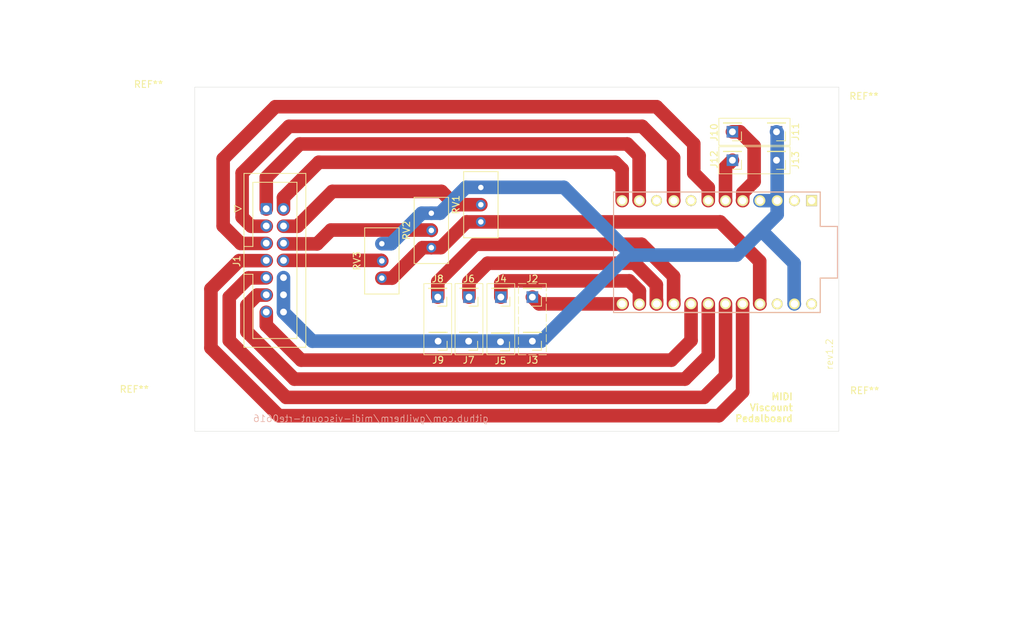
<source format=kicad_pcb>
(kicad_pcb (version 20240108) (generator "pcbnew") (generator_version "8.0")
  (layers (0 "F.Cu" signal) (31 "B.Cu" signal) (34 "B.Paste" user) (35 "F.Paste" user) (36 "B.SilkS" user "B.Silkscreen") (37 "F.SilkS" user "F.Silkscreen") (38 "B.Mask" user) (39 "F.Mask" user) (44 "Edge.Cuts" user))
  (net 0 "")
  (net 1 "Net-(U1-VCC)")
  (net 3 "Net-(J2-Pin_1)")
  (net 5 "Net-(J4-Pin_1)")
  (net 8 "Net-(J10-Pin_1)")
  (net 11 "Vseg1")
  (net 12 "VSeg3")
  (net 13 "Vseg4")
  (net 14 "Vseg2")
  (net 15 "Net-(J12-Pin_1)")
  (net 16 "Net-(J6-Pin_1)")
  (net 17 "Net-(J8-Pin_1)")
  (net 18 "Net-(J1-Pin_1)")
  (net 19 "Net-(J1-Pin_7)")
  (net 20 "Net-(J1-Pin_13)")
  (net 21 "Net-(J1-Pin_9)")
  (net 22 "Net-(J1-Pin_3)")
  (net 23 "Net-(J1-Pin_11)")
  (net 24 "Net-(J1-Pin_2)")
  (net 25 "Net-(J1-Pin_5)")
  (footprint "Connector_PinHeader_2.54mm:PinHeader_1x01_P2.54mm_Vertical" (layer "F.Cu") (at 122.8 45.7 180)
    (property "Reference" "J12" (at 2.7 0.1 -90) (layer "F.SilkS"))
    (property "Value" "Conn_01x01_Pin")
    (fp_line (start 1.33 1.27) (end 1.33 1.33) (stroke (width 0.12)) (layer "F.SilkS"))
    (fp_line (start -1.33 1.33) (end 1.33 1.33) (stroke (width 0.12)) (layer "F.SilkS"))
    (fp_line (start -1.33 1.27) (end 1.33 1.27) (stroke (width 0.12)) (layer "F.SilkS"))
    (fp_line (start -1.33 1.27) (end -1.33 1.33) (stroke (width 0.12)) (layer "F.SilkS"))
    (fp_line (start -1.33 0) (end -1.33 -1.33) (stroke (width 0.12)) (layer "F.SilkS"))
    (fp_line (start -1.33 -1.33) (end 0 -1.33) (stroke (width 0.12)) (layer "F.SilkS"))
    (pad "1" thru_hole rect (at 0 0 180) (size 1.7 1.7) (drill 1) (layers "*.Cu" "*.Mask") (net 15 "Net-(J12-Pin_1)"))
  )
  (footprint "Connector_PinHeader_2.54mm:PinHeader_1x01_P2.54mm_Vertical" (layer "F.Cu") (at 88.65 65.9 180)
    (property "Reference" "J4" (at 0 2.7 180) (layer "F.SilkS"))
    (property "Value" "Conn_01x01_Pin")
    (fp_line (start 1.33 1.27) (end 1.33 1.33) (stroke (width 0.12)) (layer "F.SilkS"))
    (fp_line (start -1.33 1.33) (end 1.33 1.33) (stroke (width 0.12)) (layer "F.SilkS"))
    (fp_line (start -1.33 1.27) (end 1.33 1.27) (stroke (width 0.12)) (layer "F.SilkS"))
    (fp_line (start -1.33 1.27) (end -1.33 1.33) (stroke (width 0.12)) (layer "F.SilkS"))
    (fp_line (start -1.33 0) (end -1.33 -1.33) (stroke (width 0.12)) (layer "F.SilkS"))
    (fp_line (start -1.33 -1.33) (end 0 -1.33) (stroke (width 0.12)) (layer "F.SilkS"))
    (pad "1" thru_hole rect (at 0 0 180) (size 1.7 1.7) (drill 1) (layers "*.Cu" "*.Mask") (net 5 "Net-(J4-Pin_1)"))
  )
  (footprint "Connector_PinHeader_2.54mm:PinHeader_1x01_P2.54mm_Vertical" (layer "F.Cu") (at 88.6 72.5 180)
    (property "Reference" "J5" (at 0 -2.8 180) (layer "F.SilkS"))
    (property "Value" "Conn_01x01_Pin")
    (fp_line (start 1.33 1.27) (end 1.33 1.33) (stroke (width 0.12)) (layer "F.SilkS"))
    (fp_line (start -1.33 1.33) (end 1.33 1.33) (stroke (width 0.12)) (layer "F.SilkS"))
    (fp_line (start -1.33 1.27) (end 1.33 1.27) (stroke (width 0.12)) (layer "F.SilkS"))
    (fp_line (start -1.33 1.27) (end -1.33 1.33) (stroke (width 0.12)) (layer "F.SilkS"))
    (fp_line (start -1.33 0) (end -1.33 -1.33) (stroke (width 0.12)) (layer "F.SilkS"))
    (fp_line (start -1.33 -1.33) (end 0 -1.33) (stroke (width 0.12)) (layer "F.SilkS"))
    (pad "1" thru_hole rect (at 0 0 180) (size 1.7 1.7) (drill 1) (layers "*.Cu" "*.Mask") (net 13 "Vseg4"))
  )
  (footprint "Connector_PinHeader_2.54mm:PinHeader_1x01_P2.54mm_Vertical" (layer "F.Cu") (at 93.3 72.4 180)
    (property "Reference" "J3" (at 0 -2.8 180) (layer "F.SilkS"))
    (property "Value" "Conn_01x01_Pin")
    (fp_line (start 1.33 1.27) (end 1.33 1.33) (stroke (width 0.12)) (layer "F.SilkS"))
    (fp_line (start -1.33 1.33) (end 1.33 1.33) (stroke (width 0.12)) (layer "F.SilkS"))
    (fp_line (start -1.33 1.27) (end 1.33 1.27) (stroke (width 0.12)) (layer "F.SilkS"))
    (fp_line (start -1.33 1.27) (end -1.33 1.33) (stroke (width 0.12)) (layer "F.SilkS"))
    (fp_line (start -1.33 0) (end -1.33 -1.33) (stroke (width 0.12)) (layer "F.SilkS"))
    (fp_line (start -1.33 -1.33) (end 0 -1.33) (stroke (width 0.12)) (layer "F.SilkS"))
    (pad "1" thru_hole rect (at 0 0 180) (size 1.7 1.7) (drill 1) (layers "*.Cu" "*.Mask") (net 13 "Vseg4"))
  )
  (footprint "Connector_PinHeader_2.54mm:PinHeader_1x01_P2.54mm_Vertical" (layer "F.Cu") (at 83.9 72.4 180)
    (property "Reference" "J7" (at 0 -2.8 180) (layer "F.SilkS"))
    (property "Value" "Conn_01x01_Pin")
    (fp_line (start 1.33 1.27) (end 1.33 1.33) (stroke (width 0.12)) (layer "F.SilkS"))
    (fp_line (start -1.33 1.33) (end 1.33 1.33) (stroke (width 0.12)) (layer "F.SilkS"))
    (fp_line (start -1.33 1.27) (end 1.33 1.27) (stroke (width 0.12)) (layer "F.SilkS"))
    (fp_line (start -1.33 1.27) (end -1.33 1.33) (stroke (width 0.12)) (layer "F.SilkS"))
    (fp_line (start -1.33 0) (end -1.33 -1.33) (stroke (width 0.12)) (layer "F.SilkS"))
    (fp_line (start -1.33 -1.33) (end 0 -1.33) (stroke (width 0.12)) (layer "F.SilkS"))
    (pad "1" thru_hole rect (at 0 0 180) (size 1.7 1.7) (drill 1) (layers "*.Cu" "*.Mask") (net 13 "Vseg4"))
  )
  (footprint "Connector_PinHeader_2.54mm:PinHeader_1x01_P2.54mm_Vertical" (layer "F.Cu") (at 83.95 65.9 180)
    (property "Reference" "J6" (at 0 2.7 180) (layer "F.SilkS"))
    (property "Value" "Conn_01x01_Pin")
    (fp_line (start 1.33 1.27) (end 1.33 1.33) (stroke (width 0.12)) (layer "F.SilkS"))
    (fp_line (start -1.33 1.33) (end 1.33 1.33) (stroke (width 0.12)) (layer "F.SilkS"))
    (fp_line (start -1.33 1.27) (end 1.33 1.27) (stroke (width 0.12)) (layer "F.SilkS"))
    (fp_line (start -1.33 1.27) (end -1.33 1.33) (stroke (width 0.12)) (layer "F.SilkS"))
    (fp_line (start -1.33 0) (end -1.33 -1.33) (stroke (width 0.12)) (layer "F.SilkS"))
    (fp_line (start -1.33 -1.33) (end 0 -1.33) (stroke (width 0.12)) (layer "F.SilkS"))
    (pad "1" thru_hole rect (at 0 0 180) (size 1.7 1.7) (drill 1) (layers "*.Cu" "*.Mask") (net 16 "Net-(J6-Pin_1)"))
  )
  (footprint "Connector_PinHeader_2.54mm:PinHeader_1x01_P2.54mm_Vertical" (layer "F.Cu") (at 122.8 41.5 180)
    (property "Reference" "J10" (at 2.7 -0.1 -90) (layer "F.SilkS"))
    (property "Value" "Conn_01x01_Pin")
    (fp_line (start 1.33 1.27) (end 1.33 1.33) (stroke (width 0.12)) (layer "F.SilkS"))
    (fp_line (start -1.33 1.33) (end 1.33 1.33) (stroke (width 0.12)) (layer "F.SilkS"))
    (fp_line (start -1.33 1.27) (end 1.33 1.27) (stroke (width 0.12)) (layer "F.SilkS"))
    (fp_line (start -1.33 1.27) (end -1.33 1.33) (stroke (width 0.12)) (layer "F.SilkS"))
    (fp_line (start -1.33 0) (end -1.33 -1.33) (stroke (width 0.12)) (layer "F.SilkS"))
    (fp_line (start -1.33 -1.33) (end 0 -1.33) (stroke (width 0.12)) (layer "F.SilkS"))
    (pad "1" thru_hole rect (at 0 0 180) (size 1.7 1.7) (drill 1) (layers "*.Cu" "*.Mask") (net 8 "Net-(J10-Pin_1)"))
  )
  (footprint "MountingHole:MountingHole_2.2mm_M2_ISO7380" (layer "F.Cu") (at 47.6 81.6)
    (property "Reference" "REF**" (at -13 -2.1 0) (layer "F.SilkS"))
    (property "Value" "MountingHole_2.2mm_M2_ISO7380")
    (pad "" np_thru_hole circle (at 0 0) (size 2.2 2.2) (drill 2.2) (layers "*.Cu" "*.Mask"))
  )
  (footprint "promicro:ProMicro" (layer "F.Cu") (at 120.51 59.28 180)
    (property "Reference" "U1" (hide yes))
    (property "Value" "ProMicro" (hide yes))
    (fp_line (start 15.24 8.89) (end -15.24 8.89) (stroke (width 0.15)) (layer "B.SilkS"))
    (fp_line (start 15.24 -8.89) (end 15.24 8.89) (stroke (width 0.15)) (layer "B.SilkS"))
    (fp_line (start -15.24 8.89) (end -15.24 3.81) (stroke (width 0.15)) (layer "B.SilkS"))
    (fp_line (start -15.24 3.81) (end -17.78 3.81) (stroke (width 0.15)) (layer "B.SilkS"))
    (fp_line (start -15.24 -3.81) (end -15.24 -8.89) (stroke (width 0.15)) (layer "B.SilkS"))
    (fp_line (start -15.24 -8.89) (end 15.24 -8.89) (stroke (width 0.15)) (layer "B.SilkS"))
    (fp_line (start -17.78 3.81) (end -17.78 -3.81) (stroke (width 0.15)) (layer "B.SilkS"))
    (fp_line (start -17.78 -3.81) (end -15.24 -3.81) (stroke (width 0.15)) (layer "B.SilkS"))
    (fp_line (start 15.24 -8.89) (end 15.24 8.89) (stroke (width 0.15)) (layer "F.SilkS"))
    (fp_line (start -15.24 8.89) (end 15.24 8.89) (stroke (width 0.15)) (layer "F.SilkS"))
    (fp_line (start -15.24 8.89) (end -15.24 3.81) (stroke (width 0.15)) (layer "F.SilkS"))
    (fp_line (start -15.24 3.81) (end -17.78 3.81) (stroke (width 0.15)) (layer "F.SilkS"))
    (fp_line (start -15.24 -3.81) (end -15.24 -8.89) (stroke (width 0.15)) (layer "F.SilkS"))
    (fp_line (start -15.24 -8.89) (end 15.24 -8.89) (stroke (width 0.15)) (layer "F.SilkS"))
    (fp_line (start -17.78 3.81) (end -17.78 -3.81) (stroke (width 0.15)) (layer "F.SilkS"))
    (fp_line (start -17.78 -3.81) (end -15.24 -3.81) (stroke (width 0.15)) (layer "F.SilkS"))
    (pad "1" thru_hole rect (at -13.97 7.62 180) (size 1.6 1.6) (drill 1.1) (layers "*.Cu" "*.Mask" "F.SilkS"))
    (pad "2" thru_hole circle (at -11.43 7.62 180) (size 1.6 1.6) (drill 1.1) (layers "*.Cu" "*.Mask" "F.SilkS"))
    (pad "3" thru_hole circle (at -8.89 7.62 180) (size 1.6 1.6) (drill 1.1) (layers "*.Cu" "*.Mask" "F.SilkS") (net 13 "Vseg4"))
    (pad "4" thru_hole circle (at -6.35 7.62 180) (size 1.6 1.6) (drill 1.1) (layers "*.Cu" "*.Mask" "F.SilkS") (net 13 "Vseg4"))
    (pad "5" thru_hole circle (at -3.81 7.62 180) (size 1.6 1.6) (drill 1.1) (layers "*.Cu" "*.Mask" "F.SilkS") (net 8 "Net-(J10-Pin_1)"))
    (pad "6" thru_hole circle (at -1.27 7.62 180) (size 1.6 1.6) (drill 1.1) (layers "*.Cu" "*.Mask" "F.SilkS") (net 15 "Net-(J12-Pin_1)"))
    (pad "7" thru_hole circle (at 1.27 7.62 180) (size 1.6 1.6) (drill 1.1) (layers "*.Cu" "*.Mask" "F.SilkS") (net 25 "Net-(J1-Pin_5)"))
    (pad "8" thru_hole circle (at 3.81 7.62 180) (size 1.6 1.6) (drill 1.1) (layers "*.Cu" "*.Mask" "F.SilkS"))
    (pad "9" thru_hole circle (at 6.35 7.62 180) (size 1.6 1.6) (drill 1.1) (layers "*.Cu" "*.Mask" "F.SilkS") (net 22 "Net-(J1-Pin_3)"))
    (pad "10" thru_hole circle (at 8.89 7.62 180) (size 1.6 1.6) (drill 1.1) (layers "*.Cu" "*.Mask" "F.SilkS"))
    (pad "11" thru_hole circle (at 11.43 7.62 180) (size 1.6 1.6) (drill 1.1) (layers "*.Cu" "*.Mask" "F.SilkS") (net 18 "Net-(J1-Pin_1)"))
    (pad "12" thru_hole circle (at 13.97 7.62 180) (size 1.6 1.6) (drill 1.1) (layers "*.Cu" "*.Mask" "F.SilkS") (net 24 "Net-(J1-Pin_2)"))
    (pad "13" thru_hole circle (at 13.97 -7.62 180) (size 1.6 1.6) (drill 1.1) (layers "*.Cu" "*.Mask" "F.SilkS") (net 3 "Net-(J2-Pin_1)"))
    (pad "14" thru_hole circle (at 11.43 -7.62 180) (size 1.6 1.6) (drill 1.1) (layers "*.Cu" "*.Mask" "F.SilkS") (net 5 "Net-(J4-Pin_1)"))
    (pad "15" thru_hole circle (at 8.89 -7.62 180) (size 1.6 1.6) (drill 1.1) (layers "*.Cu" "*.Mask" "F.SilkS") (net 16 "Net-(J6-Pin_1)"))
    (pad "16" thru_hole circle (at 6.35 -7.62 180) (size 1.6 1.6) (drill 1.1) (layers "*.Cu" "*.Mask" "F.SilkS") (net 17 "Net-(J8-Pin_1)"))
    (pad "17" thru_hole circle (at 3.81 -7.62 180) (size 1.6 1.6) (drill 1.1) (layers "*.Cu" "*.Mask" "F.SilkS") (net 20 "Net-(J1-Pin_13)"))
    (pad "18" thru_hole circle (at 1.27 -7.62 180) (size 1.6 1.6) (drill 1.1) (layers "*.Cu" "*.Mask" "F.SilkS") (net 23 "Net-(J1-Pin_11)"))
    (pad "19" thru_hole circle (at -1.27 -7.62 180) (size 1.6 1.6) (drill 1.1) (layers "*.Cu" "*.Mask" "F.SilkS") (net 21 "Net-(J1-Pin_9)"))
    (pad "20" thru_hole circle (at -3.81 -7.62 180) (size 1.6 1.6) (drill 1.1) (layers "*.Cu" "*.Mask" "F.SilkS") (net 19 "Net-(J1-Pin_7)"))
    (pad "21" thru_hole circle (at -6.35 -7.62 180) (size 1.6 1.6) (drill 1.1) (layers "*.Cu" "*.Mask" "F.SilkS") (net 1 "Net-(U1-VCC)"))
    (pad "22" thru_hole circle (at -8.89 -7.62 180) (size 1.6 1.6) (drill 1.1) (layers "*.Cu" "*.Mask" "F.SilkS"))
    (pad "23" thru_hole circle (at -11.43 -7.62 180) (size 1.6 1.6) (drill 1.1) (layers "*.Cu" "*.Mask" "F.SilkS") (net 13 "Vseg4"))
    (pad "24" thru_hole circle (at -13.97 -7.62 180) (size 1.6 1.6) (drill 1.1) (layers "*.Cu" "*.Mask" "F.SilkS"))
  )
  (footprint "Potentiometer_THT:Potentiometer_Bourns_3296W_Vertical" (layer "F.Cu") (at 71.1 58.02 90)
    (property "Reference" "RV3" (at -2.54 -3.66 90) (layer "F.SilkS"))
    (property "Value" "R_Potentiometer")
    (fp_line (start 2.345 -2.53) (end 2.345 2.54) (stroke (width 0.12)) (layer "F.SilkS"))
    (fp_line (start -7.425 -2.53) (end 2.345 -2.53) (stroke (width 0.12)) (layer "F.SilkS"))
    (fp_line (start -7.425 -2.53) (end -7.425 2.54) (stroke (width 0.12)) (layer "F.SilkS"))
    (fp_line (start -7.425 2.54) (end 2.345 2.54) (stroke (width 0.12)) (layer "F.SilkS"))
    (pad "1" thru_hole circle (at 0 0 90) (size 1.44 1.44) (drill 0.8) (layers "*.Cu" "*.Mask") (net 13 "Vseg4"))
    (pad "2" thru_hole circle (at -2.54 0 90) (size 1.44 1.44) (drill 0.8) (layers "*.Cu" "*.Mask") (net 12 "VSeg3"))
    (pad "3" thru_hole circle (at -5.08 0 90) (size 1.44 1.44) (drill 0.8) (layers "*.Cu" "*.Mask") (net 1 "Net-(U1-VCC)"))
  )
  (footprint "Connector_IDC:IDC-Header_2x07_P2.54mm_Vertical" (layer "F.Cu") (at 54.06 52.86)
    (property "Reference" "J1" (at -4.36 7.74 90) (layer "F.SilkS"))
    (property "Value" "Conn_02x07_Odd_Even")
    (fp_line (start -4.68 -0.5) (end -4.68 0.5) (stroke (width 0.12)) (layer "F.SilkS"))
    (fp_line (start -4.68 0.5) (end -3.68 0) (stroke (width 0.12)) (layer "F.SilkS"))
    (fp_line (start -3.68 0) (end -4.68 -0.5) (stroke (width 0.12)) (layer "F.SilkS"))
    (fp_line (start -3.29 -5.21) (end 5.83 -5.21) (stroke (width 0.12)) (layer "F.SilkS"))
    (fp_line (start -3.29 5.57) (end -1.98 5.57) (stroke (width 0.12)) (layer "F.SilkS"))
    (fp_line (start -3.29 20.45) (end -3.29 -5.21) (stroke (width 0.12)) (layer "F.SilkS"))
    (fp_line (start -1.98 -3.91) (end 4.52 -3.91) (stroke (width 0.12)) (layer "F.SilkS"))
    (fp_line (start -1.98 5.57) (end -1.98 -3.91) (stroke (width 0.12)) (layer "F.SilkS"))
    (fp_line (start -1.98 9.67) (end -3.29 9.67) (stroke (width 0.12)) (layer "F.SilkS"))
    (fp_line (start -1.98 9.67) (end -1.98 9.67) (stroke (width 0.12)) (layer "F.SilkS"))
    (fp_line (start -1.98 19.15) (end -1.98 9.67) (stroke (width 0.12)) (layer "F.SilkS"))
    (fp_line (start 4.52 -3.91) (end 4.52 19.15) (stroke (width 0.12)) (layer "F.SilkS"))
    (fp_line (start 4.52 19.15) (end -1.98 19.15) (stroke (width 0.12)) (layer "F.SilkS"))
    (fp_line (start 5.83 -5.21) (end 5.83 20.45) (stroke (width 0.12)) (layer "F.SilkS"))
    (fp_line (start 5.83 20.45) (end -3.29 20.45) (stroke (width 0.12)) (layer "F.SilkS"))
    (pad "1" thru_hole roundrect (at 0 0) (size 1.7 1.7) (drill 1) (layers "*.Cu" "*.Mask") (roundrect_rratio 0.147059) (net 18 "Net-(J1-Pin_1)"))
    (pad "2" thru_hole circle (at 2.54 0) (size 1.7 1.7) (drill 1) (layers "*.Cu" "*.Mask") (net 24 "Net-(J1-Pin_2)"))
    (pad "3" thru_hole circle (at 0 2.54) (size 1.7 1.7) (drill 1) (layers "*.Cu" "*.Mask") (net 22 "Net-(J1-Pin_3)"))
    (pad "4" thru_hole circle (at 2.54 2.54) (size 1.7 1.7) (drill 1) (layers "*.Cu" "*.Mask") (net 11 "Vseg1"))
    (pad "5" thru_hole circle (at 0 5.08) (size 1.7 1.7) (drill 1) (layers "*.Cu" "*.Mask") (net 25 "Net-(J1-Pin_5)"))
    (pad "6" thru_hole circle (at 2.54 5.08) (size 1.7 1.7) (drill 1) (layers "*.Cu" "*.Mask") (net 14 "Vseg2"))
    (pad "7" thru_hole circle (at 0 7.62) (size 1.7 1.7) (drill 1) (layers "*.Cu" "*.Mask") (net 19 "Net-(J1-Pin_7)"))
    (pad "8" thru_hole circle (at 2.54 7.62) (size 1.7 1.7) (drill 1) (layers "*.Cu" "*.Mask") (net 12 "VSeg3"))
    (pad "9" thru_hole circle (at 0 10.16) (size 1.7 1.7) (drill 1) (layers "*.Cu" "*.Mask") (net 21 "Net-(J1-Pin_9)"))
    (pad "10" thru_hole circle (at 2.54 10.16) (size 1.7 1.7) (drill 1) (layers "*.Cu" "*.Mask") (net 13 "Vseg4"))
    (pad "11" thru_hole circle (at 0 12.7) (size 1.7 1.7) (drill 1) (layers "*.Cu" "*.Mask") (net 23 "Net-(J1-Pin_11)"))
    (pad "12" thru_hole circle (at 2.54 12.7) (size 1.7 1.7) (drill 1) (layers "*.Cu" "*.Mask") (net 13 "Vseg4"))
    (pad "13" thru_hole circle (at 0 15.24) (size 1.7 1.7) (drill 1) (layers "*.Cu" "*.Mask") (net 20 "Net-(J1-Pin_13)"))
    (pad "14" thru_hole circle (at 2.54 15.24) (size 1.7 1.7) (drill 1) (layers "*.Cu" "*.Mask") (net 13 "Vseg4"))
  )
  (footprint "Potentiometer_THT:Potentiometer_Bourns_3296W_Vertical" (layer "F.Cu") (at 78.4 53.52 90)
    (property "Reference" "RV2" (at -2.54 -3.66 90) (layer "F.SilkS"))
    (property "Value" "R_Potentiometer")
    (fp_line (start 2.345 -2.53) (end 2.345 2.54) (stroke (width 0.12)) (layer "F.SilkS"))
    (fp_line (start -7.425 -2.53) (end 2.345 -2.53) (stroke (width 0.12)) (layer "F.SilkS"))
    (fp_line (start -7.425 -2.53) (end -7.425 2.54) (stroke (width 0.12)) (layer "F.SilkS"))
    (fp_line (start -7.425 2.54) (end 2.345 2.54) (stroke (width 0.12)) (layer "F.SilkS"))
    (pad "1" thru_hole circle (at 0 0 90) (size 1.44 1.44) (drill 0.8) (layers "*.Cu" "*.Mask") (net 13 "Vseg4"))
    (pad "2" thru_hole circle (at -2.54 0 90) (size 1.44 1.44) (drill 0.8) (layers "*.Cu" "*.Mask") (net 14 "Vseg2"))
    (pad "3" thru_hole circle (at -5.08 0 90) (size 1.44 1.44) (drill 0.8) (layers "*.Cu" "*.Mask") (net 1 "Net-(U1-VCC)"))
  )
  (footprint "MountingHole:MountingHole_2.2mm_M2_ISO7380" (layer "F.Cu") (at 47.6 39)
    (property "Reference" "REF**" (at -10.9 -4.5 0) (layer "F.SilkS"))
    (property "Value" "MountingHole_2.2mm_M2_ISO7380")
    (pad "" np_thru_hole circle (at 0 0) (size 2.2 2.2) (drill 2.2) (layers "*.Cu" "*.Mask"))
  )
  (footprint "Connector_PinHeader_2.54mm:PinHeader_1x01_P2.54mm_Vertical" (layer "F.Cu") (at 79.35 65.9 180)
    (property "Reference" "J8" (at 0 2.7 180) (layer "F.SilkS"))
    (property "Value" "Conn_01x01_Pin")
    (fp_line (start 1.33 1.27) (end 1.33 1.33) (stroke (width 0.12)) (layer "F.SilkS"))
    (fp_line (start -1.33 1.33) (end 1.33 1.33) (stroke (width 0.12)) (layer "F.SilkS"))
    (fp_line (start -1.33 1.27) (end 1.33 1.27) (stroke (width 0.12)) (layer "F.SilkS"))
    (fp_line (start -1.33 1.27) (end -1.33 1.33) (stroke (width 0.12)) (layer "F.SilkS"))
    (fp_line (start -1.33 0) (end -1.33 -1.33) (stroke (width 0.12)) (layer "F.SilkS"))
    (fp_line (start -1.33 -1.33) (end 0 -1.33) (stroke (width 0.12)) (layer "F.SilkS"))
    (pad "1" thru_hole rect (at 0 0 180) (size 1.7 1.7) (drill 1) (layers "*.Cu" "*.Mask") (net 17 "Net-(J8-Pin_1)"))
  )
  (footprint "Connector_PinHeader_2.54mm:PinHeader_1x01_P2.54mm_Vertical" (layer "F.Cu") (at 79.4 72.4 180)
    (property "Reference" "J9" (at 0 -2.8 180) (layer "F.SilkS"))
    (property "Value" "Conn_01x01_Pin")
    (fp_line (start 1.33 1.27) (end 1.33 1.33) (stroke (width 0.12)) (layer "F.SilkS"))
    (fp_line (start -1.33 1.33) (end 1.33 1.33) (stroke (width 0.12)) (layer "F.SilkS"))
    (fp_line (start -1.33 1.27) (end 1.33 1.27) (stroke (width 0.12)) (layer "F.SilkS"))
    (fp_line (start -1.33 1.27) (end -1.33 1.33) (stroke (width 0.12)) (layer "F.SilkS"))
    (fp_line (start -1.33 0) (end -1.33 -1.33) (stroke (width 0.12)) (layer "F.SilkS"))
    (fp_line (start -1.33 -1.33) (end 0 -1.33) (stroke (width 0.12)) (layer "F.SilkS"))
    (pad "1" thru_hole rect (at 0 0 180) (size 1.7 1.7) (drill 1) (layers "*.Cu" "*.Mask") (net 13 "Vseg4"))
  )
  (footprint "Connector_PinHeader_2.54mm:PinHeader_1x01_P2.54mm_Vertical" (layer "F.Cu") (at 129.3 41.5 180)
    (property "Reference" "J11" (at -2.8 0 -90) (layer "F.SilkS"))
    (property "Value" "Conn_01x01_Pin")
    (fp_line (start 1.33 1.27) (end 1.33 1.33) (stroke (width 0.12)) (layer "F.SilkS"))
    (fp_line (start -1.33 1.33) (end 1.33 1.33) (stroke (width 0.12)) (layer "F.SilkS"))
    (fp_line (start -1.33 1.27) (end 1.33 1.27) (stroke (width 0.12)) (layer "F.SilkS"))
    (fp_line (start -1.33 1.27) (end -1.33 1.33) (stroke (width 0.12)) (layer "F.SilkS"))
    (fp_line (start -1.33 0) (end -1.33 -1.33) (stroke (width 0.12)) (layer "F.SilkS"))
    (fp_line (start -1.33 -1.33) (end 0 -1.33) (stroke (width 0.12)) (layer "F.SilkS"))
    (pad "1" thru_hole rect (at 0 0 180) (size 1.7 1.7) (drill 1) (layers "*.Cu" "*.Mask") (net 13 "Vseg4"))
  )
  (footprint "Connector_PinHeader_2.54mm:PinHeader_1x01_P2.54mm_Vertical" (layer "F.Cu") (at 93.3 65.9 180)
    (property "Reference" "J2" (at 0 2.7 180) (layer "F.SilkS"))
    (property "Value" "Conn_01x01_Pin")
    (fp_line (start 1.33 1.27) (end 1.33 1.33) (stroke (width 0.12)) (layer "F.SilkS"))
    (fp_line (start -1.33 1.33) (end 1.33 1.33) (stroke (width 0.12)) (layer "F.SilkS"))
    (fp_line (start -1.33 1.27) (end 1.33 1.27) (stroke (width 0.12)) (layer "F.SilkS"))
    (fp_line (start -1.33 1.27) (end -1.33 1.33) (stroke (width 0.12)) (layer "F.SilkS"))
    (fp_line (start -1.33 0) (end -1.33 -1.33) (stroke (width 0.12)) (layer "F.SilkS"))
    (fp_line (start -1.33 -1.33) (end 0 -1.33) (stroke (width 0.12)) (layer "F.SilkS"))
    (pad "1" thru_hole rect (at 0 0 180) (size 1.7 1.7) (drill 1) (layers "*.Cu" "*.Mask") (net 3 "Net-(J2-Pin_1)"))
  )
  (footprint "Connector_PinHeader_2.54mm:PinHeader_1x01_P2.54mm_Vertical" (layer "F.Cu") (at 129.3 45.7 180)
    (property "Reference" "J13" (at -2.8 0 -90) (layer "F.SilkS"))
    (property "Value" "Conn_01x01_Pin")
    (fp_line (start 1.33 1.27) (end 1.33 1.33) (stroke (width 0.12)) (layer "F.SilkS"))
    (fp_line (start -1.33 1.33) (end 1.33 1.33) (stroke (width 0.12)) (layer "F.SilkS"))
    (fp_line (start -1.33 1.27) (end 1.33 1.27) (stroke (width 0.12)) (layer "F.SilkS"))
    (fp_line (start -1.33 1.27) (end -1.33 1.33) (stroke (width 0.12)) (layer "F.SilkS"))
    (fp_line (start -1.33 0) (end -1.33 -1.33) (stroke (width 0.12)) (layer "F.SilkS"))
    (fp_line (start -1.33 -1.33) (end 0 -1.33) (stroke (width 0.12)) (layer "F.SilkS"))
    (pad "1" thru_hole rect (at 0 0 180) (size 1.7 1.7) (drill 1) (layers "*.Cu" "*.Mask") (net 13 "Vseg4"))
  )
  (footprint "MountingHole:MountingHole_2.2mm_M2_ISO7380" (layer "F.Cu") (at 134.4 81.6)
    (property "Reference" "REF**" (at 7.9 -1.9 0) (layer "F.SilkS"))
    (property "Value" "MountingHole_2.2mm_M2_ISO7380")
    (pad "" np_thru_hole circle (at 0 0) (size 2.2 2.2) (drill 2.2) (layers "*.Cu" "*.Mask"))
  )
  (footprint "Potentiometer_THT:Potentiometer_Bourns_3296W_Vertical" (layer "F.Cu") (at 85.7 49.72 90)
    (property "Reference" "RV1" (at -2.54 -3.66 90) (layer "F.SilkS"))
    (property "Value" "R_Potentiometer")
    (fp_line (start 2.345 -2.53) (end 2.345 2.54) (stroke (width 0.12)) (layer "F.SilkS"))
    (fp_line (start -7.425 -2.53) (end 2.345 -2.53) (stroke (width 0.12)) (layer "F.SilkS"))
    (fp_line (start -7.425 -2.53) (end -7.425 2.54) (stroke (width 0.12)) (layer "F.SilkS"))
    (fp_line (start -7.425 2.54) (end 2.345 2.54) (stroke (width 0.12)) (layer "F.SilkS"))
    (pad "1" thru_hole circle (at 0 0 90) (size 1.44 1.44) (drill 0.8) (layers "*.Cu" "*.Mask") (net 13 "Vseg4"))
    (pad "2" thru_hole circle (at -2.54 0 90) (size 1.44 1.44) (drill 0.8) (layers "*.Cu" "*.Mask") (net 11 "Vseg1"))
    (pad "3" thru_hole circle (at -5.08 0 90) (size 1.44 1.44) (drill 0.8) (layers "*.Cu" "*.Mask") (net 1 "Net-(U1-VCC)"))
  )
  (footprint "MountingHole:MountingHole_2.2mm_M2_ISO7380" (layer "F.Cu") (at 134.4 39)
    (property "Reference" "REF**" (at 7.8 -2.75 0) (layer "F.SilkS"))
    (property "Value" "MountingHole_2.2mm_M2_ISO7380")
    (pad "" np_thru_hole circle (at 0 0) (size 2.2 2.2) (drill 2.2) (layers "*.Cu" "*.Mask"))
  )
  (gr_rect (start 120.8 39.5) (end 131.3 43.5) (stroke (width 0.1)) (fill none) (layer "F.SilkS"))
  (gr_rect (start 91.25 63.9) (end 95.35 74.4) (stroke (width 0.1) (type dash)) (fill none) (layer "F.SilkS"))
  (gr_rect (start 77.3 63.9) (end 81.4 74.4) (stroke (width 0.1)) (fill none) (layer "F.SilkS"))
  (gr_rect (start 86.6 63.9) (end 90.7 74.4) (stroke (width 0.1)) (fill none) (layer "F.SilkS"))
  (gr_rect (start 120.8 43.7) (end 131.3 47.7) (stroke (width 0.1)) (fill none) (layer "F.SilkS"))
  (gr_rect (start 81.9 63.9) (end 86 74.4) (stroke (width 0.1)) (fill none) (layer "F.SilkS"))
  (gr_rect (start 43.5 34.9) (end 138.5 85.7) (stroke (width 0.05)) (fill none) (layer "Edge.Cuts"))
  (gr_text "github.com/gwilherm/midi-viscount-rte0616" (at 86.9 84.4 0) (layer "B.SilkS") (effects (font (size 1 1) (thickness 0.1)) (justify left bottom mirror)))
  (gr_text "rev1.2" (at 137.7 76.7 90) (layer "F.SilkS") (effects (font (size 1 1) (thickness 0.1)) (justify left bottom)))
  (gr_text "MIDI\nViscount\nPedalboard" (at 131.8 84.4 0) (layer "F.SilkS") (effects (font (size 1 1) (thickness 0.2) (bold yes)) (justify right bottom)))
  (segment (start 126.82 66.86) (end 126.86 66.9) (width 2) (layer "F.Cu") (net 1))
  (segment (start 79.8 58.6) (end 83.6 54.8) (width 2) (layer "F.Cu") (net 1))
  (segment (start 78.4 58.6) (end 77.1 58.6) (width 2) (layer "F.Cu") (net 1))
  (segment (start 78.4 58.6) (end 79.8 58.6) (width 2) (layer "F.Cu") (net 1))
  (segment (start 77.1 58.6) (end 72.6 63.1) (width 2) (layer "F.Cu") (net 1))
  (segment (start 83.6 54.8) (end 121 54.8) (width 2) (layer "F.Cu") (net 1))
  (segment (start 72.6 63.1) (end 71.1 63.1) (width 2) (layer "F.Cu") (net 1))
  (segment (start 121 54.8) (end 126.82 60.62) (width 2) (layer "F.Cu") (net 1))
  (segment (start 78.38 58.58) (end 78.4 58.6) (width 2) (layer "F.Cu") (net 1))
  (segment (start 126.82 60.62) (end 126.82 66.86) (width 2) (layer "F.Cu") (net 1))
  (segment (start 94.3 66.9) (end 93.3 65.9) (width 2) (layer "F.Cu") (net 3))
  (segment (start 106.54 66.9) (end 94.3 66.9) (width 2) (layer "F.Cu") (net 3))
  (segment (start 89 63.5) (end 88.65 63.85) (width 2) (layer "F.Cu") (net 5))
  (segment (start 109.08 66.9) (end 109.08 64.98) (width 2) (layer "F.Cu") (net 5))
  (segment (start 107.6 63.5) (end 89 63.5) (width 2) (layer "F.Cu") (net 5))
  (segment (start 109.08 64.98) (end 107.6 63.5) (width 2) (layer "F.Cu") (net 5))
  (segment (start 88.65 63.85) (end 88.65 65.9) (width 2) (layer "F.Cu") (net 5))
  (segment (start 124.32 50.52863) (end 126 48.84863) (width 2) (layer "F.Cu") (net 8))
  (segment (start 123.9 41.5) (end 122.8 41.5) (width 2) (layer "F.Cu") (net 8))
  (segment (start 124.32 51.66) (end 124.32 50.52863) (width 2) (layer "F.Cu") (net 8))
  (segment (start 124.32 51.66) (end 124.28 51.62) (width 2) (layer "F.Cu") (net 8))
  (segment (start 126 48.84863) (end 126 43.6) (width 2) (layer "F.Cu") (net 8))
  (segment (start 126 43.6) (end 123.9 41.5) (width 2) (layer "F.Cu") (net 8))
  (segment (start 56.6 55.44) (end 58.66 55.44) (width 2) (layer "F.Cu") (net 11))
  (segment (start 63.8 50.3) (end 79.9 50.3) (width 2) (layer "F.Cu") (net 11))
  (segment (start 81.86 52.26) (end 85.7 52.26) (width 2) (layer "F.Cu") (net 11))
  (segment (start 79.9 50.3) (end 81.86 52.26) (width 2) (layer "F.Cu") (net 11))
  (segment (start 58.66 55.44) (end 63.8 50.3) (width 2) (layer "F.Cu") (net 11))
  (segment (start 56.6 60.48) (end 71.02 60.48) (width 2) (layer "F.Cu") (net 12))
  (segment (start 71.02 60.48) (end 71.1 60.56) (width 2) (layer "F.Cu") (net 12))
  (segment (start 107.95 59.7) (end 97.95 49.7) (width 2) (layer "B.Cu") (net 13))
  (segment (start 129.4 51.66) (end 129.4 41.6) (width 2) (layer "B.Cu") (net 13))
  (segment (start 129.4 41.6) (end 129.3 41.5) (width 2) (layer "B.Cu") (net 13))
  (segment (start 123.4 59.7) (end 129.4 53.7) (width 2) (layer "B.Cu") (net 13))
  (segment (start 97.95 49.7) (end 83.5 49.7) (width 2) (layer "B.Cu") (net 13))
  (segment (start 56.6 63.02) (end 56.6 68.1) (width 2) (layer "B.Cu") (net 13))
  (segment (start 108 59.7) (end 107.95 59.7) (width 2) (layer "B.Cu") (net 13))
  (segment (start 108 59.7) (end 123.4 59.7) (width 2) (layer "B.Cu") (net 13))
  (segment (start 126.86 51.66) (end 129.4 51.66) (width 2) (layer "B.Cu") (net 13))
  (segment (start 129.4 53.7) (end 129.4 51.66) (width 2) (layer "B.Cu") (net 13))
  (segment (start 131.9 66.86) (end 131.9 60.9) (width 2) (layer "B.Cu") (net 13))
  (segment (start 94.6 72.4) (end 107.3 59.7) (width 2) (layer "B.Cu") (net 13))
  (segment (start 76.98 53.52) (end 72.48 58.02) (width 2) (layer "B.Cu") (net 13))
  (segment (start 56.6 68.14) (end 60.86 72.4) (width 2) (layer "B.Cu") (net 13))
  (segment (start 72.48 58.02) (end 71.1 58.02) (width 2) (layer "B.Cu") (net 13))
  (segment (start 131.94 66.9) (end 131.9 66.86) (width 2) (layer "B.Cu") (net 13))
  (segment (start 107.3 59.7) (end 108 59.7) (width 2) (layer "B.Cu") (net 13))
  (segment (start 83.5 49.7) (end 79.68 53.52) (width 2) (layer "B.Cu") (net 13))
  (segment (start 78.4 53.52) (end 76.98 53.52) (width 2) (layer "B.Cu") (net 13))
  (segment (start 60.86 72.4) (end 94.6 72.4) (width 2) (layer "B.Cu") (net 13))
  (segment (start 79.68 53.52) (end 78.4 53.52) (width 2) (layer "B.Cu") (net 13))
  (segment (start 131.9 60.9) (end 127.05 56.05) (width 2) (layer "B.Cu") (net 13))
  (segment (start 78.34 56) (end 78.4 56.06) (width 2) (layer "F.Cu") (net 14))
  (segment (start 63.6 56) (end 78.34 56) (width 2) (layer "F.Cu") (net 14))
  (segment (start 56.6 58.04) (end 61.56 58.04) (width 2) (layer "F.Cu") (net 14))
  (segment (start 61.56 58.04) (end 63.6 56) (width 2) (layer "F.Cu") (net 14))
  (segment (start 121.8 51.64) (end 121.78 51.66) (width 2) (layer "F.Cu") (net 15))
  (segment (start 121.78 51.66) (end 121.78 46.72) (width 2) (layer "F.Cu") (net 15))
  (segment (start 121.78 46.72) (end 122.8 45.7) (width 2) (layer "F.Cu") (net 15))
  (segment (start 111.62 66.4) (end 111.62 66.9) (width 2) (layer "F.Cu") (net 16))
  (segment (start 83.95 63.65) (end 83.95 65.9) (width 2) (layer "F.Cu") (net 16))
  (segment (start 111.58 64.08) (end 108.4 60.9) (width 2) (layer "F.Cu") (net 16))
  (segment (start 111.62 66.9) (end 111.58 66.86) (width 2) (layer "F.Cu") (net 16))
  (segment (start 108.4 60.9) (end 86.7 60.9) (width 2) (layer "F.Cu") (net 16))
  (segment (start 111.58 66.86) (end 111.58 64.08) (width 2) (layer "F.Cu") (net 16))
  (segment (start 86.7 60.9) (end 83.95 63.65) (width 2) (layer "F.Cu") (net 16))
  (segment (start 79.35 63.65) (end 79.35 65.9) (width 2) (layer "F.Cu") (net 17))
  (segment (start 84.9 58.1) (end 79.35 63.65) (width 2) (layer "F.Cu") (net 17))
  (segment (start 114.12 62.82) (end 109.4 58.1) (width 2) (layer "F.Cu") (net 17))
  (segment (start 109.4 58.1) (end 84.9 58.1) (width 2) (layer "F.Cu") (net 17))
  (segment (start 114.12 66.86) (end 114.12 62.82) (width 2) (layer "F.Cu") (net 17))
  (segment (start 114.16 66.9) (end 114.12 66.86) (width 2) (layer "F.Cu") (net 17))
  (segment (start 114.16 66.4) (end 114.16 66.9) (width 2) (layer "F.Cu") (net 17))
  (segment (start 107.3 43.3) (end 59 43.3) (width 2) (layer "F.Cu") (net 18))
  (segment (start 109.04 45.04) (end 107.3 43.3) (width 2) (layer "F.Cu") (net 18))
  (segment (start 59 43.3) (end 54.06 48.24) (width 2) (layer "F.Cu") (net 18))
  (segment (start 109.04 51.62) (end 109.04 45.04) (width 2) (layer "F.Cu") (net 18))
  (segment (start 54.06 48.24) (end 54.06 52.9) (width 2) (layer "F.Cu") (net 18))
  (segment (start 109.08 51.66) (end 109.04 51.62) (width 2) (layer "F.Cu") (net 18))
  (segment (start 124.3 66.92) (end 124.3 79.9) (width 2) (layer "F.Cu") (net 19))
  (segment (start 45.9 73.4) (end 45.9 64.7) (width 2) (layer "F.Cu") (net 19))
  (segment (start 124.3 79.9) (end 120.8 83.4) (width 2) (layer "F.Cu") (net 19))
  (segment (start 50.08 60.52) (end 54.06 60.52) (width 2) (layer "F.Cu") (net 19))
  (segment (start 45.9 64.7) (end 50.08 60.52) (width 2) (layer "F.Cu") (net 19))
  (segment (start 120.8 83.4) (end 55.9 83.4) (width 2) (layer "F.Cu") (net 19))
  (segment (start 124.32 66.9) (end 124.3 66.92) (width 2) (layer "F.Cu") (net 19))
  (segment (start 55.9 83.4) (end 45.9 73.4) (width 2) (layer "F.Cu") (net 19))
  (segment (start 59.2 75.2) (end 54.06 70.06) (width 2) (layer "F.Cu") (net 20))
  (segment (start 116.7 66.9) (end 116.7 72.3) (width 2) (layer "F.Cu") (net 20))
  (segment (start 54.06 70.06) (end 54.06 68.14) (width 2) (layer "F.Cu") (net 20))
  (segment (start 113.8 75.2) (end 59.2 75.2) (width 2) (layer "F.Cu") (net 20))
  (segment (start 116.7 72.3) (end 113.8 75.2) (width 2) (layer "F.Cu") (net 20))
  (segment (start 48.6 72.3) (end 48.6 65.9) (width 2) (layer "F.Cu") (net 21))
  (segment (start 51.44 63.06) (end 54.06 63.06) (width 2) (layer "F.Cu") (net 21))
  (segment (start 121.78 66.9) (end 121.78 77.52) (width 2) (layer "F.Cu") (net 21))
  (segment (start 48.6 65.9) (end 51.44 63.06) (width 2) (layer "F.Cu") (net 21))
  (segment (start 57 80.7) (end 48.6 72.3) (width 2) (layer "F.Cu") (net 21))
  (segment (start 121.78 77.52) (end 118.6 80.7) (width 2) (layer "F.Cu") (net 21))
  (segment (start 118.6 80.7) (end 57 80.7) (width 2) (layer "F.Cu") (net 21))
  (segment (start 50.5 54.1) (end 50.5 47.6) (width 2) (layer "F.Cu") (net 22))
  (segment (start 57.4 40.7) (end 109.5 40.7) (width 2) (layer "F.Cu") (net 22))
  (segment (start 50.5 47.6) (end 57.4 40.7) (width 2) (layer "F.Cu") (net 22))
  (segment (start 54.06 55.44) (end 51.84 55.44) (width 2) (layer "F.Cu") (net 22))
  (segment (start 51.84 55.44) (end 50.5 54.1) (width 2) (layer "F.Cu") (net 22))
  (segment (start 109.5 40.7) (end 114.12 45.32) (width 2) (layer "F.Cu") (net 22))
  (segment (start 114.12 51.62) (end 114.16 51.66) (width 2) (layer "F.Cu") (net 22))
  (segment (start 114.12 45.32) (end 114.12 51.62) (width 2) (layer "F.Cu") (net 22))
  (segment (start 52.7 65.6) (end 54.06 65.6) (width 2) (layer "F.Cu") (net 23))
  (segment (start 119.24 66.9) (end 119.24 74.56) (width 2) (layer "F.Cu") (net 23))
  (segment (start 51.2 71) (end 51.2 67.1) (width 2) (layer "F.Cu") (net 23))
  (segment (start 115.8 78) (end 58.2 78) (width 2) (layer "F.Cu") (net 23))
  (segment (start 119.24 74.56) (end 115.8 78) (width 2) (layer "F.Cu") (net 23))
  (segment (start 51.2 67.1) (end 52.7 65.6) (width 2) (layer "F.Cu") (net 23))
  (segment (start 58.2 78) (end 51.2 71) (width 2) (layer "F.Cu") (net 23))
  (segment (start 56.6 51.2) (end 61.8 46) (width 2) (layer "F.Cu") (net 24))
  (segment (start 105.5 46) (end 106.54 47.04) (width 2) (layer "F.Cu") (net 24))
  (segment (start 61.8 46) (end 105.5 46) (width 2) (layer "F.Cu") (net 24))
  (segment (start 56.6 52.9) (end 56.6 51.2) (width 2) (layer "F.Cu") (net 24))
  (segment (start 106.54 47.04) (end 106.54 51.66) (width 2) (layer "F.Cu") (net 24))
  (segment (start 47.7 55.4) (end 47.7 45.5) (width 2) (layer "F.Cu") (net 25))
  (segment (start 54.06 57.98) (end 50.28 57.98) (width 2) (layer "F.Cu") (net 25))
  (segment (start 55.4 37.8) (end 111.614214 37.8) (width 2) (layer "F.Cu") (net 25))
  (segment (start 111.614214 37.8) (end 117.1 43.285786) (width 2) (layer "F.Cu") (net 25))
  (segment (start 119.24 49.74) (end 119.24 51.66) (width 2) (layer "F.Cu") (net 25))
  (segment (start 117.1 43.285786) (end 117.1 47.6) (width 2) (layer "F.Cu") (net 25))
  (segment (start 50.28 57.98) (end 47.7 55.4) (width 2) (layer "F.Cu") (net 25))
  (segment (start 47.7 45.5) (end 55.4 37.8) (width 2) (layer "F.Cu") (net 25))
  (segment (start 117.1 47.6) (end 119.24 49.74) (width 2) (layer "F.Cu") (net 25))
)
</source>
